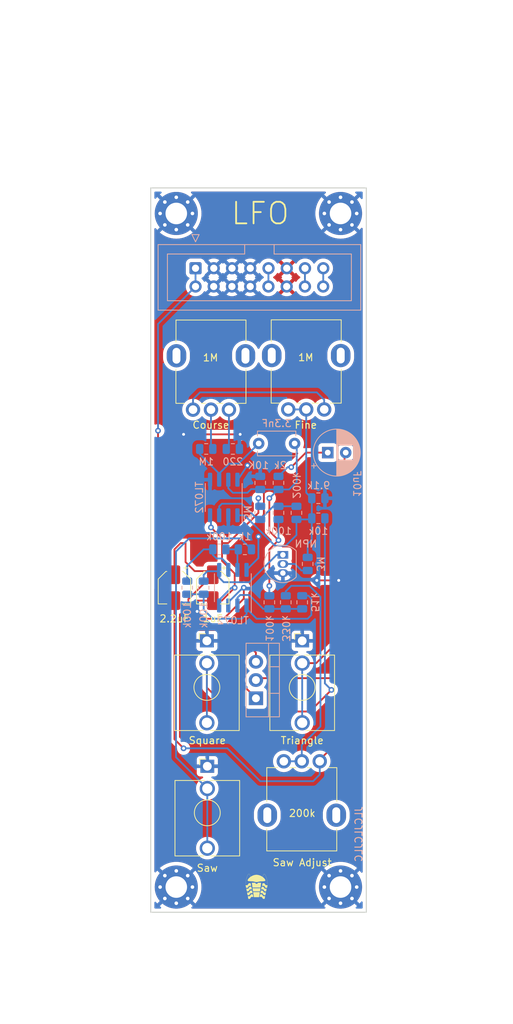
<source format=kicad_pcb>
(kicad_pcb (version 20211014) (generator pcbnew)
  (layers (0 "F.Cu" signal) (31 "B.Cu" signal) (34 "B.Paste" user) (35 "F.Paste" user) (36 "B.SilkS" user "B.Silkscreen") (37 "F.SilkS" user "F.Silkscreen") (38 "B.Mask" user) (39 "F.Mask" user) (44 "Edge.Cuts" user))
  (net 0 "")
  (net 1 "Net-(C1-Pad1)")
  (net 2 "/TRI_B")
  (net 3 "Net-(C2-Pad1)")
  (net 4 "TRIANGLE")
  (net 5 "GND")
  (net 6 "SAW")
  (net 7 "SQUARE")
  (net 8 "Net-(Q1-Pad2)")
  (net 9 "Net-(Q1-Pad1)")
  (net 10 "-5V")
  (net 11 "Net-(R1-Pad2)")
  (net 12 "/SQR_B")
  (net 13 "Net-(R4-Pad2)")
  (net 14 "Net-(R7-Pad2)")
  (net 15 "Net-(R11-Pad1)")
  (net 16 "-12V")
  (net 17 "Net-(RV1-Pad3)")
  (net 18 "unconnected-(U1-Pad5)")
  (net 19 "+5V")
  (net 20 "unconnected-(U1-Pad7)")
  (net 21 "unconnected-(U1-Pad8)")
  (net 22 "Net-(R10-Pad2)")
  (net 23 "Net-(R13-Pad2)")
  (net 24 "Net-(R15-Pad2)")
  (net 25 "Net-(R16-Pad2)")
  (net 26 "Net-(C3-Pad1)")
  (footprint "MountingHole:MountingHole_3mm_Pad_Via" (layer "F.Cu") (at 125.476 154.686)
    (fp_text reference "H3" hide)
    (fp_text value "MountingHole_Pad" hide)
    (pad "1" thru_hole circle locked (at 2.25 0) (size 0.8 0.8) (drill 0.5) (layers *.Cu *.Mask) (net 5 "GND"))
    (pad "1" thru_hole circle locked (at 1.59099 1.59099) (size 0.8 0.8) (drill 0.5) (layers *.Cu *.Mask) (net 5 "GND"))
    (pad "1" thru_hole circle locked (at -1.59099 -1.59099) (size 0.8 0.8) (drill 0.5) (layers *.Cu *.Mask) (net 5 "GND"))
    (pad "1" thru_hole circle locked (at 0 2.25) (size 0.8 0.8) (drill 0.5) (layers *.Cu *.Mask) (net 5 "GND"))
    (pad "1" thru_hole circle locked (at 0 -2.25) (size 0.8 0.8) (drill 0.5) (layers *.Cu *.Mask) (net 5 "GND"))
    (pad "1" thru_hole circle locked (at 0 0) (size 6 6) (drill 3) (layers *.Cu *.Mask) (net 5 "GND"))
    (pad "1" thru_hole circle locked (at -2.25 0) (size 0.8 0.8) (drill 0.5) (layers *.Cu *.Mask) (net 5 "GND"))
    (pad "1" thru_hole circle locked (at -1.59099 1.59099) (size 0.8 0.8) (drill 0.5) (layers *.Cu *.Mask) (net 5 "GND"))
    (pad "1" thru_hole circle locked (at 1.59099 -1.59099) (size 0.8 0.8) (drill 0.5) (layers *.Cu *.Mask) (net 5 "GND"))
  )
  (footprint "LIBRARY-8-bit-computer:3.5mm-mono-jack-eurorack-2" (layer "F.Cu") (at 129.794 144.45)
    (fp_text reference "J1" hide)
    (fp_text value "AudioJack2_Ground" hide)
    (fp_text user "Saw" (at 0 7.588 unlocked) (layer "F.SilkS"))
    (pad "G" thru_hole rect (at 0 -6.574 180) (size 1.93 1.83) (drill 1.22) (layers *.Cu *.Mask) (net 5 "GND"))
    (pad "S" thru_hole circle (at 0 -3.474 180) (size 2.13 2.13) (drill 1.42) (layers *.Cu *.Mask) (net 6 "SAW"))
    (pad "T" thru_hole circle (at 0 4.826 180) (size 2.13 2.13) (drill 1.43) (layers *.Cu *.Mask) (net 6 "SAW"))
  )
  (footprint "Stephenv6:trilobyte-logo-tiny" (layer "F.Cu") (at 136.642 148.720558)
    (fp_text reference "REF**" hide)
    (fp_text value "trilobyte-logo-tiny" hide)
  )
  (footprint "Capacitor_SMD:CP_Elec_4x5.4" (layer "F.Cu") (at 125.222 113.03 -90)
    (fp_text reference "C3" hide)
    (fp_text value "C_Polarized_Small_US" hide)
    (fp_text user "2.2uF" (at 4.318 0 unlocked) (layer "F.SilkS"))
    (pad "1" smd roundrect locked (at -1.8 0 270) (size 2.6 1.6) (layers "F.Cu" "F.Paste" "F.Mask") (roundrect_rratio 0.15625) (net 26 "Net-(C3-Pad1)"))
    (pad "2" smd roundrect locked (at 1.8 0 270) (size 2.6 1.6) (layers "F.Cu" "F.Paste" "F.Mask") (roundrect_rratio 0.15625) (net 16 "-12V"))
  )
  (footprint "LIBRARY-8-bit-computer:3.5mm-mono-jack-eurorack-2" (layer "F.Cu") (at 129.734 127)
    (fp_text reference "J3" hide)
    (fp_text value "AudioJack2_Ground" hide)
    (fp_text user "Square" (at 0.06 7.29 unlocked) (layer "F.SilkS"))
    (pad "G" thru_hole rect (at 0 -6.574 180) (size 1.93 1.83) (drill 1.22) (layers *.Cu *.Mask) (net 5 "GND"))
    (pad "S" thru_hole circle (at 0 -3.474 180) (size 2.13 2.13) (drill 1.42) (layers *.Cu *.Mask) (net 7 "SQUARE"))
    (pad "T" thru_hole circle (at 0 4.826 180) (size 2.13 2.13) (drill 1.43) (layers *.Cu *.Mask) (net 7 "SQUARE"))
  )
  (footprint "LIBRARY-8-bit-computer:alpha-9mm-potentiometer" (layer "F.Cu") (at 130.244 81.026 90)
    (fp_text reference "RV2" hide)
    (fp_text value "R_Potentiometer_US" hide)
    (fp_text user "1M" (at 0 0 unlocked) (layer "F.SilkS"))
    (fp_text user "Course" (at -9.369 0.0505 unlocked) (layer "F.SilkS"))
    (pad "" thru_hole oval (at 0.268 4.86) (size 2.72 3.24) (drill oval 1.1 2.2) (layers *.Cu *.Mask))
    (pad "" thru_hole oval (at 0.268 -4.74 180) (size 2.72 3.24) (drill oval 1.1 2.2) (layers *.Cu *.Mask))
    (pad "1" thru_hole circle (at -7.232 -2.44 180) (size 2 2) (drill 1.2) (layers *.Cu *.Mask) (net 17 "Net-(RV1-Pad3)"))
    (pad "2" thru_hole circle (at -7.232 0.06 180) (size 2 2) (drill 1.2) (layers *.Cu *.Mask) (net 14 "Net-(R7-Pad2)"))
    (pad "3" thru_hole circle (at -7.232 2.56 180) (size 2 2) (drill 1.2) (layers *.Cu *.Mask) (net 13 "Net-(R4-Pad2)"))
  )
  (footprint "Capacitor_SMD:CP_Elec_4x5.4" (layer "F.Cu") (at 130.556 113.03 -90)
    (fp_text reference "C4" hide)
    (fp_text value "C_Polarized_Small_US" hide)
    (fp_text user "1uF" (at 4.296 0 unlocked) (layer "F.SilkS"))
    (pad "1" smd roundrect locked (at -1.8 0 270) (size 2.6 1.6) (layers "F.Cu" "F.Paste" "F.Mask") (roundrect_rratio 0.15625) (net 26 "Net-(C3-Pad1)"))
    (pad "2" smd roundrect locked (at 1.8 0 270) (size 2.6 1.6) (layers "F.Cu" "F.Paste" "F.Mask") (roundrect_rratio 0.15625) (net 10 "-5V"))
  )
  (footprint "LIBRARY-8-bit-computer:alpha-9mm-potentiometer" (layer "F.Cu") (at 143.5025 80.997 90)
    (fp_text reference "RV1" hide)
    (fp_text value "R_Potentiometer_US" hide)
    (fp_text user "Fine" (at -9.398 0 unlocked) (layer "F.SilkS"))
    (fp_text user "1M" (at 0 0 unlocked) (layer "F.SilkS"))
    (pad "" thru_hole oval (at 0.268 4.86) (size 2.72 3.24) (drill oval 1.1 2.2) (layers *.Cu *.Mask))
    (pad "" thru_hole oval (at 0.268 -4.74 180) (size 2.72 3.24) (drill oval 1.1 2.2) (layers *.Cu *.Mask))
    (pad "1" thru_hole circle (at -7.232 -2.44 180) (size 2 2) (drill 1.2) (layers *.Cu *.Mask) (net 12 "/SQR_B"))
    (pad "2" thru_hole circle (at -7.232 0.06 180) (size 2 2) (drill 1.2) (layers *.Cu *.Mask) (net 12 "/SQR_B"))
    (pad "3" thru_hole circle (at -7.232 2.56 180) (size 2 2) (drill 1.2) (layers *.Cu *.Mask) (net 17 "Net-(RV1-Pad3)"))
  )
  (footprint "MountingHole:MountingHole_3mm_Pad_Via" (layer "F.Cu") (at 148.336 154.686)
    (fp_text reference "H2" hide)
    (fp_text value "MountingHole_Pad" hide)
    (pad "1" thru_hole circle locked (at -1.59099 -1.59099) (size 0.8 0.8) (drill 0.5) (layers *.Cu *.Mask) (net 5 "GND"))
    (pad "1" thru_hole circle locked (at -2.25 0) (size 0.8 0.8) (drill 0.5) (layers *.Cu *.Mask) (net 5 "GND"))
    (pad "1" thru_hole circle locked (at 1.59099 -1.59099) (size 0.8 0.8) (drill 0.5) (layers *.Cu *.Mask) (net 5 "GND"))
    (pad "1" thru_hole circle locked (at -1.59099 1.59099) (size 0.8 0.8) (drill 0.5) (layers *.Cu *.Mask) (net 5 "GND"))
    (pad "1" thru_hole circle locked (at 0 -2.25) (size 0.8 0.8) (drill 0.5) (layers *.Cu *.Mask) (net 5 "GND"))
    (pad "1" thru_hole circle locked (at 1.59099 1.59099) (size 0.8 0.8) (drill 0.5) (layers *.Cu *.Mask) (net 5 "GND"))
    (pad "1" thru_hole circle locked (at 2.25 0) (size 0.8 0.8) (drill 0.5) (layers *.Cu *.Mask) (net 5 "GND"))
    (pad "1" thru_hole circle locked (at 0 2.25) (size 0.8 0.8) (drill 0.5) (layers *.Cu *.Mask) (net 5 "GND"))
    (pad "1" thru_hole circle locked (at 0 0) (size 6 6) (drill 3) (layers *.Cu *.Mask) (net 5 "GND"))
  )
  (footprint "MountingHole:MountingHole_3mm_Pad_Via" (layer "F.Cu") (at 125.476 60.96)
    (fp_text reference "H1" hide)
    (fp_text value "MountingHole_Pad" hide)
    (pad "1" thru_hole circle locked (at -2.25 0) (size 0.8 0.8) (drill 0.5) (layers *.Cu *.Mask) (net 5 "GND"))
    (pad "1" thru_hole circle locked (at 0 -2.25) (size 0.8 0.8) (drill 0.5) (layers *.Cu *.Mask) (net 5 "GND"))
    (pad "1" thru_hole circle locked (at 1.59099 1.59099) (size 0.8 0.8) (drill 0.5) (layers *.Cu *.Mask) (net 5 "GND"))
    (pad "1" thru_hole circle locked (at 0 0) (size 6 6) (drill 3) (layers *.Cu *.Mask) (net 5 "GND"))
    (pad "1" thru_hole circle locked (at -1.59099 1.59099) (size 0.8 0.8) (drill 0.5) (layers *.Cu *.Mask) (net 5 "GND"))
    (pad "1" thru_hole circle locked (at -1.59099 -1.59099) (size 0.8 0.8) (drill 0.5) (layers *.Cu *.Mask) (net 5 "GND"))
    (pad "1" thru_hole circle locked (at 2.25 0) (size 0.8 0.8) (drill 0.5) (layers *.Cu *.Mask) (net 5 "GND"))
    (pad "1" thru_hole circle locked (at 1.59099 -1.59099) (size 0.8 0.8) (drill 0.5) (layers *.Cu *.Mask) (net 5 "GND"))
    (pad "1" thru_hole circle locked (at 0 2.25) (size 0.8 0.8) (drill 0.5) (layers *.Cu *.Mask) (net 5 "GND"))
  )
  (footprint "LIBRARY-8-bit-computer:alpha-9mm-potentiometer" (layer "F.Cu") (at 143.002 144.418 -90)
    (fp_text reference "RV3" hide)
    (fp_text value "R_Potentiometer_US" hide)
    (fp_text user "Saw Adjust" (at 6.858 0 unlocked) (layer "F.SilkS"))
    (fp_text user "200k" (at 0 0 unlocked) (layer "F.SilkS"))
    (pad "" thru_hole oval (at 0.268 -4.74) (size 2.72 3.24) (drill oval 1.1 2.2) (layers *.Cu *.Mask))
    (pad "" thru_hole oval (at 0.268 4.86 180) (size 2.72 3.24) (drill oval 1.1 2.2) (layers *.Cu *.Mask))
    (pad "1" thru_hole circle (at -7.232 -2.44) (size 2 2) (drill 1.2) (layers *.Cu *.Mask) (net 16 "-12V"))
    (pad "2" thru_hole circle (at -7.232 0.06) (size 2 2) (drill 1.2) (layers *.Cu *.Mask) (net 15 "Net-(R11-Pad1)"))
    (pad "3" thru_hole circle (at -7.232 2.56) (size 2 2) (drill 1.2) (layers *.Cu *.Mask) (net 15 "Net-(R11-Pad1)"))
  )
  (footprint "LIBRARY-8-bit-computer:3.5mm-mono-jack-eurorack-2" (layer "F.Cu") (at 143.002 127)
    (fp_text reference "J2" hide)
    (fp_text value "AudioJack2_Ground" hide)
    (fp_text user "Triangle" (at 0 7.29 unlocked) (layer "F.SilkS"))
    (pad "G" thru_hole rect (at 0 -6.574 180) (size 1.93 1.83) (drill 1.22) (layers *.Cu *.Mask) (net 5 "GND"))
    (pad "S" thru_hole circle (at 0 -3.474 180) (size 2.13 2.13) (drill 1.42) (layers *.Cu *.Mask) (net 4 "TRIANGLE"))
    (pad "T" thru_hole circle (at 0 4.826 180) (size 2.13 2.13) (drill 1.43) (layers *.Cu *.Mask) (net 4 "TRIANGLE"))
  )
  (footprint "MountingHole:MountingHole_3mm_Pad_Via" (layer "F.Cu") (at 148.336 60.96)
    (fp_text reference "H4" hide)
    (fp_text value "MountingHole_Pad" hide)
    (pad "1" thru_hole circle locked (at -2.25 0) (size 0.8 0.8) (drill 0.5) (layers *.Cu *.Mask) (net 5 "GND"))
    (pad "1" thru_hole circle locked (at 1.59099 1.59099) (size 0.8 0.8) (drill 0.5) (layers *.Cu *.Mask) (net 5 "GND"))
    (pad "1" thru_hole circle locked (at 1.59099 -1.59099) (size 0.8 0.8) (drill 0.5) (layers *.Cu *.Mask) (net 5 "GND"))
    (pad "1" thru_hole circle locked (at -1.59099 1.59099) (size 0.8 0.8) (drill 0.5) (layers *.Cu *.Mask) (net 5 "GND"))
    (pad "1" thru_hole circle locked (at 0 -2.25) (size 0.8 0.8) (drill 0.5) (layers *.Cu *.Mask) (net 5 "GND"))
    (pad "1" thru_hole circle locked (at 0 0) (size 6 6) (drill 3) (layers *.Cu *.Mask) (net 5 "GND"))
    (pad "1" thru_hole circle locked (at -1.59099 -1.59099) (size 0.8 0.8) (drill 0.5) (layers *.Cu *.Mask) (net 5 "GND"))
    (pad "1" thru_hole circle locked (at 0 2.25) (size 0.8 0.8) (drill 0.5) (layers *.Cu *.Mask) (net 5 "GND"))
    (pad "1" thru_hole circle locked (at 2.25 0) (size 0.8 0.8) (drill 0.5) (layers *.Cu *.Mask) (net 5 "GND"))
  )
  (footprint "Resistor_SMD:R_0805_2012Metric" (layer "B.Cu") (at 140.716 115.062 -90)
    (fp_text reference "R11" hide)
    (fp_text value "R_Small_US" hide)
    (fp_text user "330k" (at 3.628 -0.014 -90 unlocked) (layer "B.SilkS") (effects (justify mirror)))
    (pad "1" smd roundrect (at -0.9125 0 270) (size 1.025 1.4) (layers "B.Cu" "B.Paste" "B.Mask") (roundrect_rratio 0.243902439) (net 15 "Net-(R11-Pad1)"))
    (pad "2" smd roundrect (at 0.9125 0 270) (size 1.025 1.4) (layers "B.Cu" "B.Paste" "B.Mask") (roundrect_rratio 0.243902439) (net 22 "Net-(R10-Pad2)"))
  )
  (footprint "Resistor_SMD:R_0805_2012Metric" (layer "B.Cu") (at 143.764 109.728 -90)
    (fp_text reference "R12" hide)
    (fp_text value "R_Small_US" hide)
    (fp_text user "3M" (at 0 -1.778 -90 unlocked) (layer "B.SilkS") (effects (justify mirror)))
    (pad "1" smd roundrect (at -0.9125 0 270) (size 1.025 1.4) (layers "B.Cu" "B.Paste" "B.Mask") (roundrect_rratio 0.243902439) (net 12 "/SQR_B"))
    (pad "2" smd roundrect (at 0.9125 0 270) (size 1.025 1.4) (layers "B.Cu" "B.Paste" "B.Mask") (roundrect_rratio 0.243902439) (net 8 "Net-(Q1-Pad2)"))
  )
  (footprint "Resistor_SMD:R_0805_2012Metric" (layer "B.Cu") (at 127 113.03 90)
    (fp_text reference "R15" hide)
    (fp_text value "R_Small_US" hide)
    (fp_text user "100k" (at -3.81 0 90 unlocked) (layer "B.SilkS") (effects (justify mirror)))
    (pad "1" smd roundrect (at -0.9125 0 90) (size 1.025 1.4) (layers "B.Cu" "B.Paste" "B.Mask") (roundrect_rratio 0.243902439) (net 23 "Net-(R13-Pad2)"))
    (pad "2" smd roundrect (at 0.9125 0 90) (size 1.025 1.4) (layers "B.Cu" "B.Paste" "B.Mask") (roundrect_rratio 0.243902439) (net 24 "Net-(R15-Pad2)"))
  )
  (footprint "Resistor_SMD:R_0805_2012Metric" (layer "B.Cu") (at 142.2 102.616 -90)
    (fp_text reference "R3" hide)
    (fp_text value "R_Small_US" hide)
    (fp_text user "200k" (at -3.81 0 -90 unlocked) (layer "B.SilkS") (effects (justify mirror)))
    (pad "1" smd roundrect (at -0.9125 0 270) (size 1.025 1.4) (layers "B.Cu" "B.Paste" "B.Mask") (roundrect_rratio 0.243902439) (net 11 "Net-(R1-Pad2)"))
    (pad "2" smd roundrect (at 0.9125 0 270) (size 1.025 1.4) (layers "B.Cu" "B.Paste" "B.Mask") (roundrect_rratio 0.243902439) (net 12 "/SQR_B"))
  )
  (footprint "Capacitor_THT:C_Disc_D5.1mm_W3.2mm_P5.00mm" (layer "B.Cu") (at 136.946 92.964)
    (fp_text reference "C1" hide)
    (fp_text value "C" hide)
    (fp_text user "3.3nF" (at 2.5 -2.794 unlocked) (layer "B.SilkS") (effects (justify mirror)))
    (pad "1" thru_hole circle locked (at 0 0) (size 1.6 1.6) (drill 0.8) (layers *.Cu *.Mask) (net 1 "Net-(C1-Pad1)"))
    (pad "2" thru_hole circle locked (at 5 0) (size 1.6 1.6) (drill 0.8) (layers *.Cu *.Mask) (net 2 "/TRI_B"))
  )
  (footprint "Resistor_SMD:R_0805_2012Metric" (layer "B.Cu") (at 143.002 115.062 90)
    (fp_text reference "R13" hide)
    (fp_text value "R_Small_US" hide)
    (fp_text user "51k" (at 0 1.778 270 unlocked) (layer "B.SilkS") (effects (justify mirror)))
    (pad "1" smd roundrect (at -0.9125 0 90) (size 1.025 1.4) (layers "B.Cu" "B.Paste" "B.Mask") (roundrect_rratio 0.243902439) (net 22 "Net-(R10-Pad2)"))
    (pad "2" smd roundrect (at 0.9125 0 90) (size 1.025 1.4) (layers "B.Cu" "B.Paste" "B.Mask") (roundrect_rratio 0.243902439) (net 23 "Net-(R13-Pad2)"))
  )
  (footprint "Resistor_SMD:R_0805_2012Metric" (layer "B.Cu") (at 139.7 102.616 -90)
    (fp_text reference "R2" hide)
    (fp_text value "R_Small_US" hide)
    (fp_text user "100k" (at 2.54 0 unlocked) (layer "B.SilkS") (effects (justify mirror)))
    (pad "1" smd roundrect (at -0.9125 0 270) (size 1.025 1.4) (layers "B.Cu" "B.Paste" "B.Mask") (roundrect_rratio 0.243902439) (net 11 "Net-(R1-Pad2)"))
    (pad "2" smd roundrect (at 0.9125 0 270) (size 1.025 1.4) (layers "B.Cu" "B.Paste" "B.Mask") (roundrect_rratio 0.243902439) (net 2 "/TRI_B"))
  )
  (footprint "Package_TO_SOT_THT:TO-92_Inline" (layer "B.Cu") (at 140.314 108.458 -90)
    (fp_text reference "Q1" hide)
    (fp_text value "2n3904" hide)
    (fp_text user "NPN" (at -1.524 -3.196 unlocked) (layer "B.SilkS") (effects (justify mirror)))
    (pad "1" thru_hole rect locked (at 0 0 270) (size 1.05 1.5) (drill 0.75) (layers *.Cu *.Mask) (net 9 "Net-(Q1-Pad1)"))
    (pad "2" thru_hole oval locked (at 1.27 0 270) (size 1.05 1.5) (drill 0.75) (layers *.Cu *.Mask) (net 8 "Net-(Q1-Pad2)"))
    (pad "3" thru_hole oval locked (at 2.54 0 270) (size 1.05 1.5) (drill 0.75) (layers *.Cu *.Mask) (net 5 "GND"))
  )
  (footprint "Resistor_SMD:R_0805_2012Metric" (layer "B.Cu") (at 138.43 115.062 -90)
    (fp_text reference "R10" hide)
    (fp_text value "R_Small_US" hide)
    (fp_text user "100k" (at 3.628 -0.01 -90 unlocked) (layer "B.SilkS") (effects (justify mirror)))
    (pad "1" smd roundrect (at -0.9125 0 270) (size 1.025 1.4) (layers "B.Cu" "B.Paste" "B.Mask") (roundrect_rratio 0.243902439) (net 2 "/TRI_B"))
    (pad "2" smd roundrect (at 0.9125 0 270) (size 1.025 1.4) (layers "B.Cu" "B.Paste" "B.Mask") (roundrect_rratio 0.243902439) (net 22 "Net-(R10-Pad2)"))
  )
  (footprint "Resistor_SMD:R_0805_2012Metric" (layer "B.Cu") (at 137.16 102.616 -90)
    (fp_text reference "R1" hide)
    (fp_text value "R_Small_US" hide)
    (fp_text user "3M" (at 0 1.778 -90 unlocked) (layer "B.SilkS") (effects (justify mirror)))
    (pad "1" smd roundrect (at -0.9125 0 270) (size 1.025 1.4) (layers "B.Cu" "B.Paste" "B.Mask") (roundrect_rratio 0.243902439) (net 10 "-5V"))
    (pad "2" smd roundrect (at 0.9125 0 270) (size 1.025 1.4) (layers "B.Cu" "B.Paste" "B.Mask") (roundrect_rratio 0.243902439) (net 11 "Net-(R1-Pad2)"))
  )
  (footprint "Package_SO:SOIC-8_3.9x4.9mm_P1.27mm" (layer "B.Cu") (at 133.35 113.03 90)
    (fp_text reference "U3" hide)
    (fp_text value "TL072" (at -4.572 0 180) (layer "B.SilkS") (effects (justify mirror)))
    (pad "1" smd roundrect locked (at -2.475 1.905 90) (size 1.95 0.6) (layers "B.Cu" "B.Paste" "B.Mask") (net 23 "Net-(R13-Pad2)"))
    (pad "2" smd roundrect locked (at -2.475 0.635 90) (size 1.95 0.6) (layers "B.Cu" "B.Paste" "B.Mask") (net 22 "Net-(R10-Pad2)"))
    (pad "3" smd roundrect locked (at -2.475 -0.635 90) (size 1.95 0.6) (layers "B.Cu" "B.Paste" "B.Mask") (net 5 "GND"))
    (pad "4" smd roundrect locked (at -2.475 -1.905 90) (size 1.95 0.6) (layers "B.Cu" "B.Paste" "B.Mask") (net 10 "-5V"))
    (pad "5" smd roundrect locked (at 2.475 -1.905 90) (size 1.95 0.6) (layers "B.Cu" "B.Paste" "B.Mask") (net 9 "Net-(Q1-Pad1)"))
    (pad "6" smd roundrect locked (at 2.475 -0.635 90) (size 1.95 0.6) (layers "B.Cu" "B.Paste" "B.Mask") (net 24 "Net-(R15-Pad2)"))
    (pad "7" smd roundrect locked (at 2.475 0.635 90) (size 1.95 0.6) (layers "B.Cu" "B.Paste" "B.Mask") (net 25 "Net-(R16-Pad2)"))
    (pad "8" smd roundrect locked (at 2.475 1.905 90) (size 1.95 0.6) (layers "B.Cu" "B.Paste" "B.Mask") (net 19 "+5V"))
  )
  (footprint "Resistor_SMD:R_0805_2012Metric" (layer "B.Cu") (at 131.4685 107.696)
    (fp_text reference "R16" hide)
    (fp_text value "R_Small_US" hide)
    (fp_text user "100k" (at 0 -1.778 unlocked) (layer "B.SilkS") (effects (justify mirror)))
    (pad "1" smd roundrect (at -0.9125 0) (size 1.025 1.4) (layers "B.Cu" "B.Paste" "B.Mask") (roundrect_rratio 0.243902439) (net 24 "Net-(R15-Pad2)"))
    (pad "2" smd roundrect (at 0.9125 0) (size 1.025 1.4) (layers "B.Cu" "B.Paste" "B.Mask") (roundrect_rratio 0.243902439) (net 25 "Net-(R16-Pad2)"))
  )
  (footprint "Resistor_SMD:R_0805_2012Metric" (layer "B.Cu") (at 133.35 93.726 180)
    (fp_text reference "R4" hide)
    (fp_text value "R_Small_US" hide)
    (fp_text user "220" (at 0 -1.778 unlocked) (layer "B.SilkS") (effects (justify mirror)))
    (pad "1" smd roundrect (at -0.9125 0 180) (size 1.025 1.4) (layers "B.Cu" "B.Paste" "B.Mask") (roundrect_rratio 0.243902439) (net 5 "GND"))
    (pad "2" smd roundrect (at 0.9125 0 180) (size 1.025 1.4) (layers "B.Cu" "B.Paste" "B.Mask") (roundrect_rratio 0.243902439) (net 13 "Net-(R4-Pad2)"))
  )
  (footprint "Package_TO_SOT_THT:TO-220-3_Vertical" (layer "B.Cu") (at 136.56 128.42 90)
    (fp_text reference "U4" hide)
    (fp_text value "L7905")
    (pad "1" thru_hole rect locked (at 0 0 90) (size 1.905 2) (drill 1.1) (layers *.Cu *.Mask) (net 26 "Net-(C3-Pad1)"))
    (pad "2" thru_hole oval locked (at 2.54 0 90) (size 1.905 2) (drill 1.1) (layers *.Cu *.Mask) (net 16 "-12V"))
    (pad "3" thru_hole oval locked (at 5.08 0 90) (size 1.905 2) (drill 1.1) (layers *.Cu *.Mask) (net 10 "-5V"))
  )
  (footprint "Resistor_SMD:R_0805_2012Metric" (layer "B.Cu") (at 137.16 98.4485 -90)
    (fp_text reference "R8" hide)
    (fp_text value "R_Small_US" hide)
    (fp_text user "10K" (at -2.4365 0.254 unlocked) (layer "B.SilkS") (effects (justify mirror)))
    (pad "1" smd roundrect (at -0.9125 0 270) (size 1.025 1.4) (layers "B.Cu" "B.Paste" "B.Mask") (roundrect_rratio 0.243902439) (net 5 "GND"))
    (pad "2" smd roundrect (at 0.9125 0 270) (size 1.025 1.4) (layers "B.Cu" "B.Paste" "B.Mask") (roundrect_rratio 0.243902439) (net 2 "/TRI_B"))
  )
  (footprint "Capacitor_THT:CP_Radial_D6.3mm_P2.50mm" (layer "B.Cu") (at 146.558 94.234)
    (fp_text reference "C2" hide)
    (fp_text value "C_Polarized_Small_US" hide)
    (fp_text user "10uF" (at 4.064 4.318 270 unlocked) (layer "B.SilkS") (effects (justify mirror)))
    (pad "1" thru_hole rect locked (at 0 0) (size 1.6 1.6) (drill 0.8) (layers *.Cu *.Mask) (net 3 "Net-(C2-Pad1)"))
    (pad "2" thru_hole circle locked (at 2.5 0) (size 1.6 1.6) (drill 0.8) (layers *.Cu *.Mask) (net 4 "TRIANGLE"))
  )
  (footprint "Resistor_SMD:R_0805_2012Metric" (layer "B.Cu") (at 135.0245 107.696)
    (fp_text reference "R17" hide)
    (fp_text value "R_Small_US" hide)
    (fp_text user "1k" (at 0 -1.778 unlocked) (layer "B.SilkS") (effects (justify mirror)))
    (pad "1" smd roundrect (at -0.9125 0) (size 1.025 1.4) (layers "B.Cu" "B.Paste" "B.Mask") (roundrect_rratio 0.243902439) (net 25 "Net-(R16-Pad2)"))
    (pad "2" smd roundrect (at 0.9125 0) (size 1.025 1.4) (layers "B.Cu" "B.Paste" "B.Mask") (roundrect_rratio 0.243902439) (net 6 "SAW"))
  )
  (footprint "Resistor_SMD:R_0805_2012Metric" (layer "B.Cu") (at 139.7 98.4485 -90)
    (fp_text reference "R9" hide)
    (fp_text value "R_Small_US" hide)
    (fp_text user "2k" (at -2.4365 -0.254 unlocked) (layer "B.SilkS") (effects (justify mirror)))
    (pad "1" smd roundrect (at -0.9125 0 270) (size 1.025 1.4) (layers "B.Cu" "B.Paste" "B.Mask") (roundrect_rratio 0.243902439) (net 3 "Net-(C2-Pad1)"))
    (pad "2" smd roundrect (at 0.9125 0 270) (size 1.025 1.4) (layers "B.Cu" "B.Paste" "B.Mask") (roundrect_rratio 0.243902439) (net 2 "/TRI_B"))
  )
  (footprint "Resistor_SMD:R_0805_2012Metric" (layer "B.Cu") (at 145.248 103.378)
    (fp_text reference "R6" hide)
    (fp_text value "R_Small_US" hide)
    (fp_text user "10k" (at 0 1.778 unlocked) (layer "B.SilkS") (effects (justify mirror)))
    (pad "1" smd roundrect (at -0.9125 0) (size 1.025 1.4) (layers "B.Cu" "B.Paste" "B.Mask") (roundrect_rratio 0.243902439) (net 12 "/SQR_B"))
    (pad "2" smd roundrect (at 0.9125 0) (size 1.025 1.4) (layers "B.Cu" "B.Paste" "B.Mask") (roundrect_rratio 0.243902439) (net 7 "SQUARE"))
  )
  (footprint "Resistor_SMD:R_0805_2012Metric" (layer "B.Cu") (at 129.286 113.03 90)
    (fp_text reference "R14" hide)
    (fp_text value "R_Small_US" hide)
    (fp_text user "100k" (at -3.81 0 90 unlocked) (layer "B.SilkS") (effects (justify mirror)))
    (pad "1" smd roundrect (at -0.9125 0 90) (size 1.025 1.4) (layers "B.Cu" "B.Paste" "B.Mask") (roundrect_rratio 0.243902439) (net 23 "Net-(R13-Pad2)"))
    (pad "2" smd roundrect (at 0.9125 0 90) (size 1.025 1.4) (layers "B.Cu" "B.Paste" "B.Mask") (roundrect_rratio 0.243902439) (net 9 "Net-(Q1-Pad1)"))
  )
  (footprint "Package_SO:SOIC-8_3.9x4.9mm_P1.27mm" (layer "B.Cu") (at 132.08 100.4805 90)
    (fp_text reference "U2" hide)
    (fp_text value "TL072" (at 0 -3.4 90) (layer "B.SilkS") (effects (justify mirror)))
    (pad "1" smd roundrect locked (at -2.475 1.905 90) (size 1.95 0.6) (layers "B.Cu" "B.Paste" "B.Mask") (net 12 "/SQR_B"))
    (pad "2" smd roundrect locked (at -2.475 0.635 90) (size 1.95 0.6) (layers "B.Cu" "B.Paste" "B.Mask") (net 5 "GND"))
    (pad "3" smd roundrect locked (at -2.475 -0.635 90) (size 1.95 0.6) (layers "B.Cu" "B.Paste" "B.Mask") (net 11 "Net-(R1-Pad2)"))
    (pad "4" smd roundrect locked (at -2.475 -1.905 90) (size 1.95 0.6) (layers "B.Cu" "B.Paste" "B.Mask") (net 10 "-5V"))
    (pad "5" smd roundrect locked (at 2.475 -1.905 90) (size 1.95 0.6) (layers "B.Cu" "B.Paste" "B.Mask") (net 5 "GND"))
    (pad "6" smd roundrect locked (at 2.475 -0.635 90) (size 1.95 0.6) (layers "B.Cu" "B.Paste" "B.Mask") (net 1 "Net-(C1-Pad1)"))
    (pad "7" smd roundrect locked (at 2.475 0.635 90) (size 1.95 0.6) (layers "B.Cu" "B.Paste" "B.Mask") (net 2 "/TRI_B"))
    (pad "8" smd roundrect locked (at 2.475 1.905 90) (size 1.95 0.6) (layers "B.Cu" "B.Paste" "B.Mask") (net 19 "+5V"))
  )
  (footprint "LIBRARY-8-bit-computer:IDC-Socket-Eurorack_16p_2.54mm" (layer "B.Cu") (at 137.032 69.85 90)
    (fp_text reference "U1" hide)
    (fp_text value "Eurorack_IDE_16P" hide)
    (pad "1" thru_hole roundrect (at 1.27 -8.878 270) (size 1.7 1.7) (drill 1) (layers *.Cu *.Mask) (roundrect_rratio 0.1470588235) (net 16 "-12V"))
    (pad "1" thru_hole circle (at -1.27 -8.878 270) (size 1.7 1.7) (drill 1) (layers *.Cu *.Mask) (net 16 "-12V"))
    (pad "2" thru_hole circle (at -1.27 -6.35 270) (size 1.7 1.7) (drill 1) (layers *.Cu *.Mask) (net 5 "GND"))
    (pad "2" thru_hole circle (at 1.27 -6.338 270) (size 1.7 1.7) (drill 1) (layers *.Cu *.Mask) (net 5 "GND"))
    (pad "3" thru_hole circle (at -1.27 -3.81 270) (size 1.7 1.7) (drill 1) (layers *.Cu *.Mask) (net 5 "GND"))
    (pad "3" thru_hole circle (at 1.27 -3.798 270) (size 1.7 1.7) (drill 1) (layers *.Cu *.Mask) (net 5 "GND"))
    (pad "4" thru_hole circle (at 1.27 -1.258 270) (size 1.7 1.7) (drill 1) (layers *.Cu *.Mask) (net 5 "GND"))
    (pad "4" thru_hole circle (at -1.27 -1.27 270) (size 1.7 1.7) (drill 1) (layers *.Cu *.Mask) (net 5 "GND"))
    (pad "5" thru_hole circle (at 1.27 1.282 270) (size 1.7 1.7) (drill 1) (layers *.Cu *.Mask) (net 18 "unconnected-(U1-Pad5)"))
    (pad "5" thru_hole circle (at -1.27 1.27 270) (size 1.7 1.7) (drill 1) (layers *.Cu *.Mask) (net 18 "unconnected-(U1-Pad5)"))
    (pad "6" thru_hole circle (at 1.27 3.822 270) (size 1.7 1.7) (drill 1) (layers *.Cu *.Mask) (net 19 "+5V"))
    (pad "6" thru_hole circle (at -1.27 3.81 270) (size 1.7 1.7) (drill 1) (layers *.Cu *.Mask) (net 19 "+5V"))
    (pad "7" thru_hole circle (at 1.27 6.362 270) (size 1.7 1.7) (drill 1) (layers *.Cu *.Mask) (net 20 "unconnected-(U1-Pad7)"))
    (pad "7" thru_hole circle (at -1.27 6.35 270) (size 1.7 1.7) (drill 1) (layers *.Cu *.Mask) (net 20 "unconnected-(U1-Pad7)"))
    (pad "8" thru_hole circle (at -1.27 8.89 270) (size 1.7 1.7) (drill 1) (layers *.Cu *.Mask) (net 21 "unconnected-(U1-Pad8)"))
    (pad "8" thru_hole circle (at 1.27 8.902 270) (size 1.7 1.7) (drill 1) (layers *.Cu *.Mask) (net 21 "unconnected-(U1-Pad8)"))
  )
  (footprint "Resistor_SMD:R_0805_2012Metric" (layer "B.Cu") (at 129.6435 93.726)
    (fp_text reference "R7" hide)
    (fp_text value "R_Small_US" hide)
    (fp_text user "1M" (at 0 1.778 unlocked) (layer "B.SilkS") (effects (justify mirror)))
    (pad "1" smd roundrect (at -0.9125 0) (size 1.025 1.4) (layers "B.Cu" "B.Paste" "B.Mask") (roundrect_rratio 0.243902439) (net 1 "Net-(C1-Pad1)"))
    (pad "2" smd roundrect (at 0.9125 0) (size 1.025 1.4) (layers "B.Cu" "B.Paste" "B.Mask") (roundrect_rratio 0.243902439) (net 14 "Net-(R7-Pad2)"))
  )
  (footprint "Resistor_SMD:R_0805_2012Metric" (layer "B.Cu") (at 145.248 100.584)
    (fp_text reference "R5" hide)
    (fp_text value "R_Small_US" hide)
    (fp_text user "9.1k" (at 0.04 -1.778 unlocked) (layer "B.SilkS") (effects (justify mirror)))
    (pad "1" smd roundrect (at -0.9125 0) (size 1.025 1.4) (layers "B.Cu" "B.Paste" "B.Mask") (roundrect_rratio 0.243902439) (net 12 "/SQR_B"))
    (pad "2" smd roundrect (at 0.9125 0) (size 1.025 1.4) (layers "B.Cu" "B.Paste" "B.Mask") (roundrect_rratio 0.243902439) (net 5 "GND"))
  )
  (gr_rect (start 151.926 57.404) (end 121.92 158.192) (layer "Edge.Cuts") (width 0.15) (fill none))
  (gr_text "JLCJLCJLC" (at 150.876 147.32 90) (layer "B.SilkS") (effects (font (size 1 1)) (justify mirror)))
  (gr_text "LFO" (at 137.16 60.96) (layer "F.SilkS") (effects (font (size 3 3) (thickness 0.25))))
  (segment (start 132.842 95.758) (end 131.445 97.155) (width 0.25) (layer "B.Cu") (net 1))
  (segment (start 128.731 93.726) (end 128.731 94.441) (width 0.25) (layer "B.Cu") (net 1))
  (segment (start 136.946 92.964) (end 134.152 95.758) (width 0.25) (layer "B.Cu") (net 1))
  (segment (start 134.152 95.758) (end 132.842 95.758) (width 0.25) (layer "B.Cu") (net 1))
  (segment (start 131.445 97.155) (end 131.445 98.0055) (width 0.25) (layer "B.Cu") (net 1))
  (segment (start 128.731 94.441) (end 131.445 97.155) (width 0.25) (layer "B.Cu") (net 1))
  (segment (start 138.43 100.584) (end 138.43 105.156) (width 0.25) (layer "F.Cu") (net 2))
  (segment (start 139.7 106.426) (end 138.43 107.696) (width 0.25) (layer "F.Cu") (net 2))
  (segment (start 138.43 105.156) (end 139.7 106.426) (width 0.25) (layer "F.Cu") (net 2))
  (segment (start 138.43 107.696) (end 138.43 112.776) (width 0.25) (layer "F.Cu") (net 2))
  (via (at 138.43 112.776) (size 0.8) (drill 0.4) (layers "F.Cu" "B.Cu") (net 2))
  (via (at 138.43 100.584) (size 0.8) (drill 0.4) (layers "F.Cu" "B.Cu") (net 2))
  (via (at 139.7 106.426) (size 0.8) (drill 0.4) (layers "F.Cu" "B.Cu") (net 2))
  (segment (start 141.177 99.361) (end 139.7 99.361) (width 0.25) (layer "B.Cu") (net 2))
  (segment (start 142.24 93.258) (end 142.24 98.298) (width 0.25) (layer "B.Cu") (net 2))
  (segment (start 141.946 92.964) (end 142.24 93.258) (width 0.25) (layer "B.Cu") (net 2))
  (segment (start 139.7 99.361) (end 139.653 99.361) (width 0.25) (layer "B.Cu") (net 2))
  (segment (start 142.24 98.298) (end 141.177 99.361) (width 0.25) (layer "B.Cu") (net 2))
  (segment (start 132.715 99.187) (end 133.35 99.822) (width 0.25) (layer "B.Cu") (net 2))
  (segment (start 133.35 99.822) (end 135.382 99.822) (width 0.25) (layer "B.Cu") (net 2))
  (segment (start 132.715 98.0055) (end 132.715 99.187) (width 0.25) (layer "B.Cu") (net 2))
  (segment (start 139.653 99.361) (end 138.43 100.584) (width 0.25) (layer "B.Cu") (net 2))
  (segment (start 135.89 99.314) (end 137.113 99.314) (width 0.25) (layer "B.Cu") (net 2))
  (segment (start 139.7 99.361) (end 137.16 99.361) (width 0.25) (layer "B.Cu") (net 2))
  (segment (start 138.43 114.1495) (end 138.43 112.776) (width 0.25) (layer "B.Cu") (net 2))
  (segment (start 139.7 103.5285) (end 139.7 106.426) (width 0.25) (layer "B.Cu") (net 2))
  (segment (start 135.382 99.822) (end 135.89 99.314) (width 0.25) (layer "B.Cu") (net 2))
  (segment (start 137.113 99.314) (end 137.16 99.361) (width 0.25) (layer "B.Cu") (net 2))
  (segment (start 146.558 94.234) (end 143.51 94.234) (width 0.25) (layer "F.Cu") (net 3))
  (segment (start 143.51 94.234) (end 141.478 96.266) (width 0.25) (layer "F.Cu") (net 3))
  (via (at 141.478 96.266) (size 0.8) (drill 0.4) (layers "F.Cu" "B.Cu") (net 3))
  (segment (start 139.7 97.536) (end 140.97 96.266) (width 0.25) (layer "B.Cu") (net 3))
  (segment (start 140.97 96.266) (end 141.478 96.266) (width 0.25) (layer "B.Cu") (net 3))
  (segment (start 148.891621 94.400379) (end 149.058 94.234) (width 0.25) (layer "F.Cu") (net 4))
  (segment (start 144.952 123.526) (end 148.891621 119.586379) (width 0.25) (layer "F.Cu") (net 4))
  (segment (start 143.002 123.526) (end 144.952 123.526) (width 0.25) (layer "F.Cu") (net 4))
  (segment (start 148.891621 119.586379) (end 148.891621 94.400379) (width 0.25) (layer "F.Cu") (net 4))
  (segment (start 143.002 131.826) (end 143.002 123.526) (width 0.25) (layer "B.Cu") (net 4))
  (segment (start 134.874 114.554) (end 132.08 117.348) (width 0.25) (layer "F.Cu") (net 5))
  (segment (start 132.08 117.348) (end 129.3905 117.348) (width 0.25) (layer "F.Cu") (net 5))
  (segment (start 145.034 112.014) (end 148.082 112.014) (width 0.25) (layer "F.Cu") (net 5))
  (segment (start 129.3905 117.348) (end 128.3745 116.332) (width 0.25) (layer "F.Cu") (net 5))
  (segment (start 134.874 113.03) (end 134.874 114.554) (width 0.25) (layer "F.Cu") (net 5))
  (segment (start 134.366 91.694) (end 126.492 91.694) (width 0.25) (layer "F.Cu") (net 5))
  (via (at 148.082 112.014) (size 0.8) (drill 0.4) (layers "F.Cu" "B.Cu") (net 5))
  (via (at 134.874 113.03) (size 0.8) (drill 0.4) (layers "F.Cu" "B.Cu") (net 5))
  (via (at 145.034 112.014) (size 0.8) (drill 0.4) (layers "F.Cu" "B.Cu") (net 5))
  (via (at 126.492 91.694) (size 0.8) (drill 0.4) (layers "F.Cu" "B.Cu") (net 5))
  (via (at 134.366 91.694) (size 0.8) (drill 0.4) (layers "F.Cu" "B.Cu") (net 5))
  (via (at 128.3745 116.332) (size 0.8) (drill 0.4) (layers "F.Cu" "B.Cu") (net 5))
  (segment (start 126.492 95.25) (end 126.492 91.694) (width 0.25) (layer "B.Cu") (net 5))
  (segment (start 131.826 105.41) (end 129.54 105.41) (width 0.25) (layer "B.Cu") (net 5))
  (segment (start 134.746282 113.03) (end 134.874 113.03) (width 0.25) (layer "B.Cu") (net 5))
  (segment (start 140.314 110.998) (end 140.97 110.998) (width 0.25) (layer "B.Cu") (net 5))
  (segment (start 128.778 101.346) (end 130.175 99.949) (width 0.25) (layer "B.Cu") (net 5))
  (segment (start 132.715 104.521) (end 131.826 105.41) (width 0.25) (layer "B.Cu") (net 5))
  (segment (start 129.2475 98.0055) (end 126.492 95.25) (width 0.25) (layer "B.Cu") (net 5))
  (segment (start 130.175 99.949) (end 130.175 98.0055) (width 0.25) (layer "B.Cu") (net 5))
  (segment (start 134.2625 91.7975) (end 134.366 91.694) (width 0.25) (layer "B.Cu") (net 5))
  (segment (start 130.175 98.0055) (end 129.2475 98.0055) (width 0.25) (layer "B.Cu") (net 5))
  (segment (start 141.732 111.76) (end 141.986 112.014) (width 0.25) (layer "B.Cu") (net 5))
  (segment (start 140.97 110.998) (end 141.732 111.76) (width 0.25) (layer "B.Cu") (net 5))
  (segment (start 128.778 104.648) (end 128.778 101.346) (width 0.25) (layer "B.Cu") (net 5))
  (segment (start 132.715 115.505) (end 132.715 115.061282) (width 0.25) (layer "B.Cu") (net 5))
  (segment (start 132.715 102.9555) (end 132.715 104.521) (width 0.25) (layer "B.Cu") (net 5))
  (segment (start 132.715 115.061282) (end 134.746282 113.03) (width 0.25) (layer "B.Cu") (net 5))
  (segment (start 134.2625 93.726) (end 134.2625 91.7975) (width 0.25) (layer "B.Cu") (net 5))
  (segment (start 129.54 105.41) (end 128.778 104.648) (width 0.25) (layer "B.Cu") (net 5))
  (segment (start 141.986 112.014) (end 145.034 112.014) (width 0.25) (layer "B.Cu") (net 5))
  (segment (start 134.413 106.172) (end 135.937 107.696) (width 0.25) (layer "B.Cu") (net 6))
  (segment (start 125.438501 136.620501) (end 125.438501 107.987499) (width 0.25) (layer "B.Cu") (net 6))
  (segment (start 127.254 106.172) (end 134.413 106.172) (width 0.25) (layer "B.Cu") (net 6))
  (segment (start 129.794 140.976) (end 125.438501 136.620501) (width 0.25) (layer "B.Cu") (net 6))
  (segment (start 129.794 140.976) (end 129.794 149.276) (width 0.25) (layer "B.Cu") (net 6))
  (segment (start 125.438501 107.987499) (end 127.254 106.172) (width 0.25) (layer "B.Cu") (net 6))
  (segment (start 147.066 127.254) (end 144.06 130.26) (width 0.25) (layer "F.Cu") (net 7))
  (segment (start 144.06 130.26) (end 133.06 130.26) (width 0.25) (layer "F.Cu") (net 7))
  (segment (start 129.734 126.934) (end 129.734 123.526) (width 0.25) (layer "F.Cu") (net 7))
  (segment (start 133.06 130.26) (end 129.734 126.934) (width 0.25) (layer "F.Cu") (net 7))
  (via (at 147.066 127.254) (size 0.8) (drill 0.4) (layers "F.Cu" "B.Cu") (net 7))
  (segment (start 146.1605 126.3485) (end 147.066 127.254) (width 0.25) (layer "B.Cu") (net 7))
  (segment (start 146.1605 103.378) (end 146.1605 126.3485) (width 0.25) (layer "B.Cu") (net 7))
  (segment (start 129.734 131.826) (end 129.734 123.526) (width 0.25) (layer "B.Cu") (net 7))
  (segment (start 142.8985 110.6405) (end 141.986 109.728) (width 0.25) (layer "B.Cu") (net 8))
  (segment (start 143.764 110.6405) (end 142.8985 110.6405) (width 0.25) (layer "B.Cu") (net 8))
  (segment (start 141.986 109.728) (end 140.314 109.728) (width 0.25) (layer "B.Cu") (net 8))
  (segment (start 129.286 111.252) (end 129.286 112.1175) (width 0.25) (layer "B.Cu") (net 9))
  (segment (start 131.445 110.555) (end 131.256 110.744) (width 0.25) (layer "B.Cu") (net 9))
  (segment (start 135.636 112.268) (end 139.446 108.458) (width 0.25) (layer "B.Cu") (net 9))
  (segment (start 131.445 111.633) (end 132.08 112.268) (width 0.25) (layer "B.Cu") (net 9))
  (segment (start 129.794 110.744) (end 129.286 111.252) (width 0.25) (layer "B.Cu") (net 9))
  (segment (start 131.445 110.555) (end 131.445 111.633) (width 0.25) (layer "B.Cu") (net 9))
  (segment (start 139.446 108.458) (end 140.314 108.458) (width 0.25) (layer "B.Cu") (net 9))
  (segment (start 132.08 112.268) (end 135.636 112.268) (width 0.25) (layer "B.Cu") (net 9))
  (segment (start 131.256 110.744) (end 129.794 110.744) (width 0.25) (layer "B.Cu") (net 9))
  (segment (start 131.845 106.825) (end 131.845 106.191) (width 0.25) (layer "F.Cu") (net 10))
  (segment (start 127.65 117.25) (end 127.65 115.59) (width 0.25) (layer "F.Cu") (net 10))
  (segment (start 136.56 122.07) (end 132.960489 118.470489) (width 0.25) (layer "F.Cu") (net 10))
  (segment (start 136.56 123.34) (end 136.56 122.07) (width 0.25) (layer "F.Cu") (net 10))
  (segment (start 136.906 102.616) (end 136.906 100.584) (width 0.25) (layer "F.Cu") (net 10))
  (segment (start 131.845 109.302) (end 133.604 111.061) (width 0.25) (layer "F.Cu") (net 10))
  (segment (start 132.697 106.825) (end 133.858 105.664) (width 0.25) (layer "F.Cu") (net 10))
  (segment (start 128.41 114.83) (end 130.556 114.83) (width 0.25) (layer "F.Cu") (net 10))
  (segment (start 128.870489 118.470489) (end 127.65 117.25) (width 0.25) (layer "F.Cu") (net 10))
  (segment (start 131.804 114.83) (end 133.604 113.03) (width 0.25) (layer "F.Cu") (net 10))
  (segment (start 131.845 106.825) (end 132.697 106.825) (width 0.25) (layer "F.Cu") (net 10))
  (segment (start 133.604 111.061) (end 133.604 113.03) (width 0.25) (layer "F.Cu") (net 10))
  (segment (start 130.556 114.83) (end 131.804 114.83) (width 0.25) (layer "F.Cu") (net 10))
  (segment (start 131.845 106.191) (end 130.302 104.648) (width 0.25) (layer "F.Cu") (net 10))
  (segment (start 133.858 105.664) (end 136.906 102.616) (width 0.25) (layer "F.Cu") (net 10))
  (segment (start 131.845 106.825) (end 131.845 109.302) (width 0.25) (layer "F.Cu") (net 10))
  (segment (start 127.65 115.59) (end 128.41 114.83) (width 0.25) (layer "F.Cu") (net 10))
  (segment (start 132.960489 118.470489) (end 128.870489 118.470489) (width 0.25) (layer "F.Cu") (net 10))
  (via (at 133.604 113.03) (size 0.8) (drill 0.4) (layers "F.Cu" "B.Cu") (net 10))
  (via (at 130.302 104.648) (size 0.8) (drill 0.4) (layers "F.Cu" "B.Cu") (net 10))
  (via (at 136.906 100.584) (size 0.8) (drill 0.4) (layers "F.Cu" "B.Cu") (net 10))
  (segment (start 136.906 101.4495) (end 137.16 101.7035) (width 0.25) (layer "B.Cu") (net 10))
  (segment (start 131.445 115.505) (end 131.445 114.740019) (width 0.25) (layer "B.Cu") (net 10))
  (segment (start 130.302 104.648) (end 130.302 103.0825) (width 0.25) (layer "B.Cu") (net 10))
  (segment (start 136.906 100.584) (end 136.906 101.4495) (width 0.25) (layer "B.Cu") (net 10))
  (segment (start 130.302 103.0825) (end 130.175 102.9555) (width 0.25) (layer "B.Cu") (net 10))
  (segment (start 133.155019 113.03) (end 133.604 113.03) (width 0.25) (layer "B.Cu") (net 10))
  (segment (start 131.445 114.740019) (end 133.155019 113.03) (width 0.25) (layer "B.Cu") (net 10))
  (segment (start 131.826 101.346) (end 134.62 101.346) (width 0.25) (layer "B.Cu") (net 11))
  (segment (start 136.8025 103.5285) (end 137.16 103.5285) (width 0.25) (layer "B.Cu") (net 11))
  (segment (start 138.985 101.7035) (end 137.16 103.5285) (width 0.25) (layer "B.Cu") (net 11))
  (segment (start 131.445 102.9555) (end 131.445 101.727) (width 0.25) (layer "B.Cu") (net 11))
  (segment (start 131.445 101.727) (end 131.826 101.346) (width 0.25) (layer "B.Cu") (net 11))
  (segment (start 139.7 101.7035) (end 142.2 101.7035) (width 0.25) (layer "B.Cu") (net 11))
  (segment (start 134.62 101.346) (end 136.8025 103.5285) (width 0.25) (layer "B.Cu") (net 11))
  (segment (start 139.7 101.7035) (end 138.985 101.7035) (width 0.25) (layer "B.Cu") (net 11))
  (segment (start 144.3355 103.378) (end 144.3355 100.584) (width 0.25) (layer "B.Cu") (net 12))
  (segment (start 143.764 106.934) (end 144.3355 106.3625) (width 0.25) (layer "B.Cu") (net 12))
  (segment (start 139.2006 107.188) (end 140.720301 107.188) (width 0.25) (layer "B.Cu") (net 12))
  (segment (start 143.5625 99.811) (end 143.5625 88.229) (width 0.25) (layer "B.Cu") (net 12))
  (segment (start 144.3355 106.3625) (end 144.3355 103.378) (width 0.25) (layer "B.Cu") (net 12))
  (segment (start 144.3355 100.584) (end 143.5625 99.811) (width 0.25) (layer "B.Cu") (net 12))
  (segment (start 143.764 108.8155) (end 143.764 106.934) (width 0.25) (layer "B.Cu") (net 12))
  (segment (start 142.2 103.5285) (end 144.185 103.5285) (width 0.25) (layer "B.Cu") (net 12))
  (segment (start 140.720301 107.188) (end 142.2 105.708301) (width 0.25) (layer "B.Cu") (net 12))
  (segment (start 134.9681 102.9555) (end 139.2006 107.188) (width 0.25) (layer "B.Cu") (net 12))
  (segment (start 133.985 102.9555) (end 134.9681 102.9555) (width 0.25) (layer "B.Cu") (net 12))
  (segment (start 144.185 103.5285) (end 144.3355 103.378) (width 0.25) (layer "B.Cu") (net 12))
  (segment (start 141.0625 88.229) (end 143.5625 88.229) (width 0.25) (layer "B.Cu") (net 12))
  (segment (start 142.2 105.708301) (end 142.2 103.5285) (width 0.25) (layer "B.Cu") (net 12))
  (segment (start 132.4375 93.726) (end 132.804 93.3595) (width 0.25) (layer "B.Cu") (net 13))
  (segment (start 132.804 93.3595) (end 132.804 88.258) (width 0.25) (layer "B.Cu") (net 13))
  (segment (start 130.556 93.726) (end 130.304 93.474) (width 0.25) (layer "B.Cu") (net 14))
  (segment (start 130.304 93.474) (end 130.304 88.258) (width 0.25) (layer "B.Cu") (net 14))
  (segment (start 140.442 137.186) (end 142.942 137.186) (width 0.25) (layer "B.Cu") (net 15))
  (segment (start 140.716 114.1495) (end 140.716 113.538) (width 0.25) (layer "B.Cu") (net 15))
  (segment (start 142.942 134.934) (end 142.942 137.186) (width 0.25) (layer "B.Cu") (net 15))
  (segment (start 140.716 113.538) (end 141.478 112.776) (width 0.25) (layer "B.Cu") (net 15))
  (segment (start 145.542 114.3) (end 145.542 132.334) (width 0.25) (layer "B.Cu") (net 15))
  (segment (start 145.542 132.334) (end 142.942 134.934) (width 0.25) (layer "B.Cu") (net 15))
  (segment (start 141.478 112.776) (end 144.018 112.776) (width 0.25) (layer "B.Cu") (net 15))
  (segment (start 144.018 112.776) (end 145.542 114.3) (width 0.25) (layer "B.Cu") (net 15))
  (segment (start 147.43 125.62) (end 148.91 127.1) (width 0.25) (layer "F.Cu") (net 16))
  (segment (start 136.56 125.88) (end 136.82 125.62) (width 0.25) (layer "F.Cu") (net 16))
  (segment (start 145.442 136.978) (end 145.442 137.186) (width 0.25) (layer "F.Cu") (net 16))
  (segment (start 125.222 134.112) (end 125.222 114.83) (width 0.25) (layer "F.Cu") (net 16))
  (segment (start 125.222 114.83) (end 122.936 112.544) (width 0.25) (layer "F.Cu") (net 16))
  (segment (start 148.91 133.51) (end 145.442 136.978) (width 0.25) (layer "F.Cu") (net 16))
  (segment (start 148.91 127.1) (end 148.91 133.51) (width 0.25) (layer "F.Cu") (net 16))
  (segment (start 122.936 112.544) (end 122.936 91.186) (width 0.25) (layer "F.Cu") (net 16))
  (segment (start 126.492 135.382) (end 125.222 134.112) (width 0.25) (layer "F.Cu") (net 16))
  (segment (start 136.82 125.62) (end 147.43 125.62) (width 0.25) (layer "F.Cu") (net 16))
  (via (at 126.492 135.382) (size 0.8) (drill 0.4) (layers "F.Cu" "B.Cu") (net 16))
  (via (at 122.936 91.186) (size 0.8) (drill 0.4) (layers "F.Cu" "B.Cu") (net 16))
  (segment (start 128.154 68.58) (end 128.154 71.12) (width 0.25) (layer "B.Cu") (net 16))
  (segment (start 132.588 135.382) (end 130.302 135.382) (width 0.25) (layer "B.Cu") (net 16))
  (segment (start 137.16 139.954) (end 136.144 138.938) (width 0.25) (layer "B.Cu") (net 16))
  (segment (start 144.526 139.954) (end 137.16 139.954) (width 0.25) (layer "B.Cu") (net 16))
  (segment (start 130.302 135.382) (end 126.492 135.382) (width 0.25) (layer "B.Cu") (net 16))
  (segment (start 122.936 76.338) (end 122.936 91.186) (width 0.25) (layer "B.Cu") (net 16))
  (segment (start 145.442 137.186) (end 145.442 139.038) (width 0.25) (layer "B.Cu") (net 16))
  (segment (start 145.442 139.038) (end 144.526 139.954) (width 0.25) (layer "B.Cu") (net 16))
  (segment (start 136.144 138.938) (end 132.588 135.382) (width 0.25) (layer "B.Cu") (net 16))
  (segment (start 128.154 71.12) (end 122.936 76.338) (width 0.25) (layer "B.Cu") (net 16))
  (segment (start 145.034 85.852) (end 146.0625 86.8805) (width 0.25) (layer "B.Cu") (net 17))
  (segment (start 127.804 88.258) (end 127.804 86.826) (width 0.25) (layer "B.Cu") (net 17))
  (segment (start 127.804 86.826) (end 128.778 85.852) (width 0.25) (layer "B.Cu") (net 17))
  (segment (start 146.0625 86.8805) (end 146.0625 88.229) (width 0.25) (layer "B.Cu") (net 17))
  (segment (start 128.778 85.852) (end 145.034 85.852) (width 0.25) (layer "B.Cu") (net 17))
  (segment (start 138.302 71.12) (end 138.302 68.592) (width 0.25) (layer "B.Cu") (net 18))
  (segment (start 138.302 68.592) (end 138.314 68.58) (width 0.25) (layer "B.Cu") (net 18))
  (segment (start 137.668 105.156) (end 136.906 105.918) (width 0.25) (layer "F.Cu") (net 19))
  (segment (start 135.382 96.012) (end 137.668 98.298) (width 0.25) (layer "F.Cu") (net 19))
  (segment (start 137.668 98.298) (end 137.668 105.156) (width 0.25) (layer "F.Cu") (net 19))
  (via (at 135.382 96.012) (size 0.8) (drill 0.4) (layers "F.Cu" "B.Cu") (net 19))
  (via (at 136.906 105.918) (size 0.8) (drill 0.4) (layers "F.Cu" "B.Cu") (net 19))
  (segment (start 134.0235 98.044) (end 133.985 98.0055) (width 0.25) (layer "B.Cu") (net 19))
  (segment (start 135.255 110.555) (end 136.906 108.904) (width 0.25) (layer "B.Cu") (net 19))
  (segment (start 135.382 96.012) (end 134.0235 98.044) (width 0.25) (layer "B.Cu") (net 19))
  (segment (start 136.906 108.904) (end 136.906 105.918) (width 0.25) (layer "B.Cu") (net 19))
  (segment (start 143.382 68.592) (end 143.394 68.58) (width 0.25) (layer "B.Cu") (net 20))
  (segment (start 143.382 71.12) (end 143.382 68.592) (width 0.25) (layer "B.Cu") (net 20))
  (segment (start 145.934 68.58) (end 145.934 71.108) (width 0.25) (layer "B.Cu") (net 21))
  (segment (start 145.934 71.108) (end 145.922 71.12) (width 0.25) (layer "B.Cu") (net 21))
  (segment (start 137.5645 115.9745) (end 135.636 114.046) (width 0.25) (layer "B.Cu") (net 22))
  (segment (start 134.366 114.046) (end 133.985 114.427) (width 0.25) (layer "B.Cu") (net 22))
  (segment (start 133.985 114.427) (end 133.985 115.505) (width 0.25) (layer "B.Cu") (net 22))
  (segment (start 135.636 114.046) (end 134.366 114.046) (width 0.25) (layer "B.Cu") (net 22))
  (segment (start 138.43 115.9745) (end 137.5645 115.9745) (width 0.25) (layer "B.Cu") (net 22))
  (segment (start 138.43 115.9745) (end 143.002 115.9745) (width 0.25) (layer "B.Cu") (net 22))
  (segment (start 143.8675 114.1495) (end 144.272 114.554) (width 0.25) (layer "B.Cu") (net 23))
  (segment (start 129.286 116.078) (end 130.556 117.348) (width 0.25) (layer "B.Cu") (net 23))
  (segment (start 143.764 117.348) (end 136.652 117.348) (width 0.25) (layer "B.Cu") (net 23))
  (segment (start 129.286 113.9425) (end 127 113.9425) (width 0.25) (layer "B.Cu") (net 23))
  (segment (start 135.255 115.951) (end 135.255 115.505) (width 0.25) (layer "B.Cu") (net 23))
  (segment (start 136.652 117.348) (end 135.255 115.951) (width 0.25) (layer "B.Cu") (net 23))
  (segment (start 130.556 117.348) (end 134.62 117.348) (width 0.25) (layer "B.Cu") (net 23))
  (segment (start 144.272 114.554) (end 144.272 116.84) (width 0.25) (layer "B.Cu") (net 23))
  (segment (start 143.002 114.1495) (end 143.8675 114.1495) (width 0.25) (layer "B.Cu") (net 23))
  (segment (start 129.286 113.9425) (end 129.286 116.078) (width 0.25) (layer "B.Cu") (net 23))
  (segment (start 135.255 116.713) (end 135.255 115.505) (width 0.25) (layer "B.Cu") (net 23))
  (segment (start 144.272 116.84) (end 143.764 117.348) (width 0.25) (layer "B.Cu") (net 23))
  (segment (start 134.62 117.348) (end 135.255 116.713) (width 0.25) (layer "B.Cu") (net 23))
  (segment (start 127 109.982) (end 129.286 107.696) (width 0.25) (layer "B.Cu") (net 24))
  (segment (start 131.064 108.966) (end 130.556 108.458) (width 0.25) (layer "B.Cu") (net 24))
  (segment (start 129.286 107.696) (end 130.556 107.696) (width 0.25) (layer "B.Cu") (net 24))
  (segment (start 131.826 108.966) (end 131.064 108.966) (width 0.25) (layer "B.Cu") (net 24))
  (segment (start 132.715 109.855) (end 131.826 108.966) (width 0.25) (layer "B.Cu") (net 24))
  (segment (start 130.556 108.458) (end 130.556 107.696) (width 0.25) (layer "B.Cu") (net 24))
  (segment (start 127 112.1175) (end 127 109.982) (width 0.25) (layer "B.Cu") (net 24))
  (segment (start 132.715 110.555) (end 132.715 109.855) (width 0.25) (layer "B.Cu") (net 24))
  (segment (start 133.985 107.823) (end 134.112 107.696) (width 0.25) (layer "B.Cu") (net 25))
  (segment (start 133.985 110.555) (end 133.985 107.823) (width 0.25) (layer "B.Cu") (net 25))
  (segment (start 132.381 107.696) (end 134.112 107.696) (width 0.25) (layer "B.Cu") (net 25))
  (segment (start 131.14 118.92) (end 128.63 118.92) (width 0.25) (layer "F.Cu") (net 26))
  (segment (start 125.222 107.696) (end 126.093 106.825) (width 0.25) (layer "F.Cu") (net 26))
  (segment (start 126.093 106.825) (end 126.765 106.825) (width 0.25) (layer "F.Cu") (net 26))
  (segment (start 128.032 110.722) (end 130.534 110.722) (width 0.25) (layer "F.Cu") (net 26))
  (segment (start 133.73 125.56) (end 133.73 121.51) (width 0.25) (layer "F.Cu") (net 26))
  (segment (start 136.56 128.42) (end 136.56 128.39) (width 0.25) (layer "F.Cu") (net 26))
  (segment (start 126.765 109.455) (end 128.032 110.722) (width 0.25) (layer "F.Cu") (net 26))
  (segment (start 125.222 111.23) (end 125.222 107.696) (width 0.25) (layer "F.Cu") (net 26))
  (segment (start 127.16 117.45) (end 127.16 114.62) (width 0.25) (layer "F.Cu") (net 26))
  (segment (start 126.765 106.825) (end 126.765 109.455) (width 0.25) (layer "F.Cu") (net 26))
  (segment (start 136.56 128.39) (end 133.73 125.56) (width 0.25) (layer "F.Cu") (net 26))
  (segment (start 128.63 118.92) (end 127.16 117.45) (width 0.25) (layer "F.Cu") (net 26))
  (segment (start 130.534 110.722) (end 130.556 110.744) (width 0.25) (layer "F.Cu") (net 26))
  (segment (start 133.73 121.51) (end 131.14 118.92) (width 0.25) (layer "F.Cu") (net 26))
  (segment (start 127.16 114.62) (end 130.55 111.23) (width 0.25) (layer "F.Cu") (net 26))
  (segment (start 130.55 111.23) (end 130.556 111.23) (width 0.25) (layer "F.Cu") (net 26))
  (zone (net 19) (net_name "+5V") (layer "F.Cu") (connect_pads (clearance 0.508)) (min_thickness 0.254) (fill yes (thermal_gap 0.508) (thermal_bridge_width 0.508))
    (polygon (pts (xy 152.4 158.75) (xy 121.412 158.75) (xy 121.412 56.896) (xy 152.4 56.896)))
  )
  (zone (net 5) (net_name "GND") (layer "B.Cu") (connect_pads (clearance 0.508)) (min_thickness 0.254) (fill yes (thermal_gap 0.508) (thermal_bridge_width 0.508))
    (polygon (pts (xy 152.4 158.75) (xy 121.412 158.75) (xy 121.412 56.896) (xy 152.4 56.896)))
  )
)
</source>
